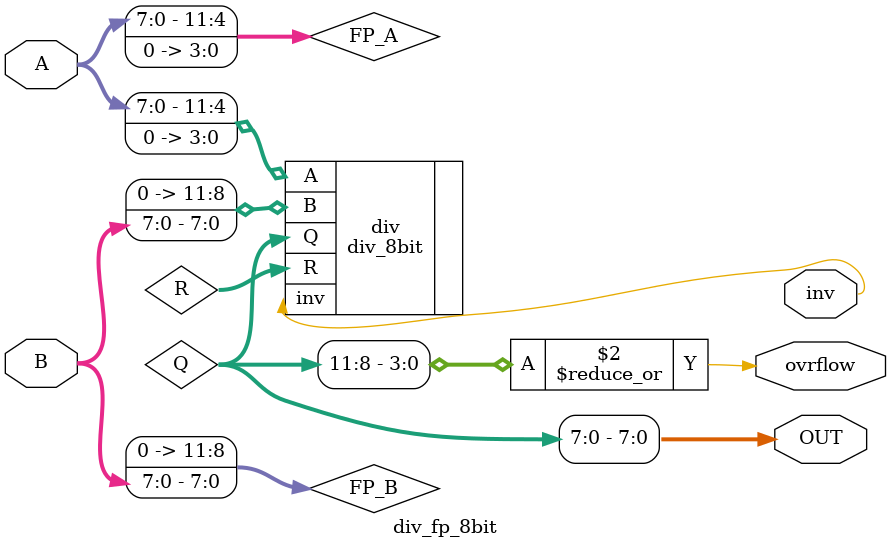
<source format=v>
module div_fp_8bit
(
	input [7:0] A,
	input [7:0] B,
	
	output [7:0] OUT,
	
	output ovrflow,
	output inv
);
	
	localparam N = 8;
	localparam FP = 4;

	wire [N+FP-1: 0] Q, R;
	wire [N+FP-1: 0] FP_A, FP_B;
	
	assign FP_A = (A << FP);
	assign FP_B = B;
	
	div_8bit div(
		.A (FP_A),
		.B (FP_B),
		
		.Q (Q),
		.R (R),
		.inv (inv)
	);
	
	
	assign ovrflow = |(Q[N+FP-1:N]);
	assign OUT = Q[N-1: 0];
	


endmodule

</source>
